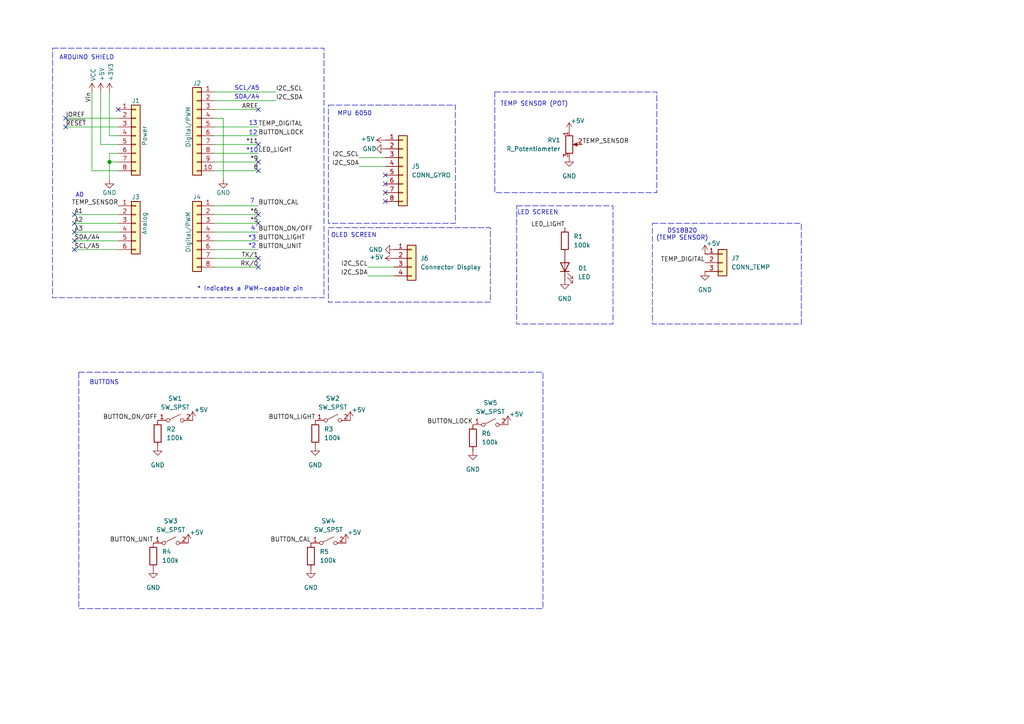
<source format=kicad_sch>
(kicad_sch (version 20231120) (generator "eeschema") (generator_version "8.0")
  (paper "A4")
  (title_block (title "Uno Shield ThermoPro") (date "2025-01-27") (rev "1.0") (company "Jackson Hall"))
  (lib_symbols
    (symbol "Connector_Generic:Conn_01x03" (pin_names (offset 1.016) hide)
      (property "Reference" "J" (at 0 5.08 0))
      (property "Value" "Conn_01x03" (at 0 -5.08 0))
      (symbol "Conn_01x03_1_1"
        (rectangle (start -1.27 -2.413) (end 0 -2.667) (stroke (width 0.1524)))
        (rectangle (start -1.27 0.127) (end 0 -0.127) (stroke (width 0.1524)))
        (rectangle (start -1.27 2.667) (end 0 2.413) (stroke (width 0.1524)))
        (rectangle (start -1.27 3.81) (end 1.27 -3.81) (stroke (width 0.254)) (fill (type background)))
        (pin passive line (at -5.08 2.54 0) (length 3.81) (name "Pin_1") (number "1"))
        (pin passive line (at -5.08 0 0) (length 3.81) (name "Pin_2") (number "2"))
        (pin passive line (at -5.08 -2.54 0) (length 3.81) (name "Pin_3") (number "3"))
      )
    )
    (symbol "Connector_Generic:Conn_01x04" (pin_names (offset 1.016) hide)
      (property "Reference" "J" (at 0 5.08 0))
      (property "Value" "Conn_01x04" (at 0 -7.62 0))
      (symbol "Conn_01x04_1_1"
        (rectangle (start -1.27 -4.953) (end 0 -5.207) (stroke (width 0.1524)))
        (rectangle (start -1.27 -2.413) (end 0 -2.667) (stroke (width 0.1524)))
        (rectangle (start -1.27 0.127) (end 0 -0.127) (stroke (width 0.1524)))
        (rectangle (start -1.27 2.667) (end 0 2.413) (stroke (width 0.1524)))
        (rectangle (start -1.27 3.81) (end 1.27 -6.35) (stroke (width 0.254)) (fill (type background)))
        (pin passive line (at -5.08 2.54 0) (length 3.81) (name "Pin_1") (number "1"))
        (pin passive line (at -5.08 0 0) (length 3.81) (name "Pin_2") (number "2"))
        (pin passive line (at -5.08 -2.54 0) (length 3.81) (name "Pin_3") (number "3"))
        (pin passive line (at -5.08 -5.08 0) (length 3.81) (name "Pin_4") (number "4"))
      )
    )
    (symbol "Connector_Generic:Conn_01x06" (pin_names (offset 1.016) hide)
      (property "Reference" "J" (at 0 7.62 0))
      (property "Value" "Conn_01x06" (at 0 -10.16 0))
      (symbol "Conn_01x06_1_1"
        (rectangle (start -1.27 -7.493) (end 0 -7.747) (stroke (width 0.1524)))
        (rectangle (start -1.27 -4.953) (end 0 -5.207) (stroke (width 0.1524)))
        (rectangle (start -1.27 -2.413) (end 0 -2.667) (stroke (width 0.1524)))
        (rectangle (start -1.27 0.127) (end 0 -0.127) (stroke (width 0.1524)))
        (rectangle (start -1.27 2.667) (end 0 2.413) (stroke (width 0.1524)))
        (rectangle (start -1.27 5.207) (end 0 4.953) (stroke (width 0.1524)))
        (rectangle (start -1.27 6.35) (end 1.27 -8.89) (stroke (width 0.254)) (fill (type background)))
        (pin passive line (at -5.08 5.08 0) (length 3.81) (name "Pin_1") (number "1"))
        (pin passive line (at -5.08 2.54 0) (length 3.81) (name "Pin_2") (number "2"))
        (pin passive line (at -5.08 0 0) (length 3.81) (name "Pin_3") (number "3"))
        (pin passive line (at -5.08 -2.54 0) (length 3.81) (name "Pin_4") (number "4"))
        (pin passive line (at -5.08 -5.08 0) (length 3.81) (name "Pin_5") (number "5"))
        (pin passive line (at -5.08 -7.62 0) (length 3.81) (name "Pin_6") (number "6"))
      )
    )
    (symbol "Connector_Generic:Conn_01x08" (pin_names (offset 1.016) hide)
      (property "Reference" "J" (at 0 10.16 0))
      (property "Value" "Conn_01x08" (at 0 -12.7 0))
      (symbol "Conn_01x08_1_1"
        (rectangle (start -1.27 -10.033) (end 0 -10.287) (stroke (width 0.1524)))
        (rectangle (start -1.27 -7.493) (end 0 -7.747) (stroke (width 0.1524)))
        (rectangle (start -1.27 -4.953) (end 0 -5.207) (stroke (width 0.1524)))
        (rectangle (start -1.27 -2.413) (end 0 -2.667) (stroke (width 0.1524)))
        (rectangle (start -1.27 0.127) (end 0 -0.127) (stroke (width 0.1524)))
        (rectangle (start -1.27 2.667) (end 0 2.413) (stroke (width 0.1524)))
        (rectangle (start -1.27 5.207) (end 0 4.953) (stroke (width 0.1524)))
        (rectangle (start -1.27 7.747) (end 0 7.493) (stroke (width 0.1524)))
        (rectangle (start -1.27 8.89) (end 1.27 -11.43) (stroke (width 0.254)) (fill (type background)))
        (pin passive line (at -5.08 7.62 0) (length 3.81) (name "Pin_1") (number "1"))
        (pin passive line (at -5.08 5.08 0) (length 3.81) (name "Pin_2") (number "2"))
        (pin passive line (at -5.08 2.54 0) (length 3.81) (name "Pin_3") (number "3"))
        (pin passive line (at -5.08 0 0) (length 3.81) (name "Pin_4") (number "4"))
        (pin passive line (at -5.08 -2.54 0) (length 3.81) (name "Pin_5") (number "5"))
        (pin passive line (at -5.08 -5.08 0) (length 3.81) (name "Pin_6") (number "6"))
        (pin passive line (at -5.08 -7.62 0) (length 3.81) (name "Pin_7") (number "7"))
        (pin passive line (at -5.08 -10.16 0) (length 3.81) (name "Pin_8") (number "8"))
      )
    )
    (symbol "Connector_Generic:Conn_01x10" (pin_names (offset 1.016) hide)
      (property "Reference" "J" (at 0 12.7 0))
      (property "Value" "Conn_01x10" (at 0 -15.24 0))
      (symbol "Conn_01x10_1_1"
        (rectangle (start -1.27 -12.573) (end 0 -12.827) (stroke (width 0.1524)))
        (rectangle (start -1.27 -10.033) (end 0 -10.287) (stroke (width 0.1524)))
        (rectangle (start -1.27 -7.493) (end 0 -7.747) (stroke (width 0.1524)))
        (rectangle (start -1.27 -4.953) (end 0 -5.207) (stroke (width 0.1524)))
        (rectangle (start -1.27 -2.413) (end 0 -2.667) (stroke (width 0.1524)))
        (rectangle (start -1.27 0.127) (end 0 -0.127) (stroke (width 0.1524)))
        (rectangle (start -1.27 2.667) (end 0 2.413) (stroke (width 0.1524)))
        (rectangle (start -1.27 5.207) (end 0 4.953) (stroke (width 0.1524)))
        (rectangle (start -1.27 7.747) (end 0 7.493) (stroke (width 0.1524)))
        (rectangle (start -1.27 10.287) (end 0 10.033) (stroke (width 0.1524)))
        (rectangle (start -1.27 11.43) (end 1.27 -13.97) (stroke (width 0.254)) (fill (type background)))
        (pin passive line (at -5.08 10.16 0) (length 3.81) (name "Pin_1") (number "1"))
        (pin passive line (at -5.08 -12.7 0) (length 3.81) (name "Pin_10") (number "10"))
        (pin passive line (at -5.08 7.62 0) (length 3.81) (name "Pin_2") (number "2"))
        (pin passive line (at -5.08 5.08 0) (length 3.81) (name "Pin_3") (number "3"))
        (pin passive line (at -5.08 2.54 0) (length 3.81) (name "Pin_4") (number "4"))
        (pin passive line (at -5.08 0 0) (length 3.81) (name "Pin_5") (number "5"))
        (pin passive line (at -5.08 -2.54 0) (length 3.81) (name "Pin_6") (number "6"))
        (pin passive line (at -5.08 -5.08 0) (length 3.81) (name "Pin_7") (number "7"))
        (pin passive line (at -5.08 -7.62 0) (length 3.81) (name "Pin_8") (number "8"))
        (pin passive line (at -5.08 -10.16 0) (length 3.81) (name "Pin_9") (number "9"))
      )
    )
    (symbol "Device:LED" (pin_numbers hide) (pin_names (offset 1.016) hide)
      (property "Reference" "D" (at 0 2.54 0))
      (property "Value" "LED" (at 0 -2.54 0))
      (symbol "LED_0_1"
        (polyline (pts (xy -1.27 -1.27) (xy -1.27 1.27)) (stroke (width 0.254)))
        (polyline (pts (xy -1.27 0) (xy 1.27 0)))
        (polyline (pts (xy 1.27 -1.27) (xy 1.27 1.27) (xy -1.27 0) (xy 1.27 -1.27)) (stroke (width 0.254)))
        (polyline (pts (xy -3.048 -0.762) (xy -4.572 -2.286) (xy -3.81 -2.286) (xy -4.572 -2.286) (xy -4.572 -1.524)))
        (polyline (pts (xy -1.778 -0.762) (xy -3.302 -2.286) (xy -2.54 -2.286) (xy -3.302 -2.286) (xy -3.302 -1.524)))
      )
      (symbol "LED_1_1"
        (pin passive line (at -3.81 0 0) (length 2.54) (name "K") (number "1"))
        (pin passive line (at 3.81 0 180) (length 2.54) (name "A") (number "2"))
      )
    )
    (symbol "Device:R" (pin_numbers hide) (pin_names (offset 0))
      (property "Reference" "R" (at 2.032 0 90))
      (property "Value" "R" (at 0 0 90))
      (symbol "R_0_1"
        (rectangle (start -1.016 -2.54) (end 1.016 2.54) (stroke (width 0.254)))
      )
      (symbol "R_1_1"
        (pin passive line (at 0 3.81 270) (length 1.27) (name "~") (number "1"))
        (pin passive line (at 0 -3.81 90) (length 1.27) (name "~") (number "2"))
      )
    )
    (symbol "Device:R_Potentiometer" (pin_names (offset 1.016) hide)
      (property "Reference" "RV" (at -4.445 0 90))
      (property "Value" "R_Potentiometer" (at -2.54 0 90))
      (symbol "R_Potentiometer_0_1"
        (polyline (pts (xy 2.54 0) (xy 1.524 0)))
        (polyline (pts (xy 1.143 0) (xy 2.286 0.508) (xy 2.286 -0.508) (xy 1.143 0)) (fill (type outline)))
        (rectangle (start 1.016 2.54) (end -1.016 -2.54) (stroke (width 0.254)))
      )
      (symbol "R_Potentiometer_1_1"
        (pin passive line (at 0 3.81 270) (length 1.27) (name "1") (number "1"))
        (pin passive line (at 3.81 0 180) (length 1.27) (name "2") (number "2"))
        (pin passive line (at 0 -3.81 90) (length 1.27) (name "3") (number "3"))
      )
    )
    (symbol "Switch:SW_SPST" (pin_names (offset 0) hide)
      (property "Reference" "SW" (at 0 3.175 0))
      (property "Value" "SW_SPST" (at 0 -2.54 0))
      (symbol "SW_SPST_0_0"
        (circle (center -2.032 0) (radius 0.508))
        (polyline (pts (xy -1.524 0.254) (xy 1.524 1.778)))
        (circle (center 2.032 0) (radius 0.508))
      )
      (symbol "SW_SPST_1_1"
        (pin passive line (at -5.08 0 0) (length 2.54) (name "A") (number "1"))
        (pin passive line (at 5.08 0 180) (length 2.54) (name "B") (number "2"))
      )
    )
    (symbol "power:+3V3" (power) (pin_names (offset 0))
      (property "Value" "+3V3" (at 0 3.556 0))
      (symbol "+3V3_0_1"
        (polyline (pts (xy -0.762 1.27) (xy 0 2.54)))
        (polyline (pts (xy 0 0) (xy 0 2.54)))
        (polyline (pts (xy 0 2.54) (xy 0.762 1.27)))
      )
      (symbol "+3V3_1_1"
        (pin power_in line (at 0 0 90) (length 0) hide (name "+3V3") (number "1"))
      )
    )
    (symbol "power:+5V" (power) (pin_names (offset 0))
      (property "Value" "+5V" (at 0 3.556 0))
      (symbol "+5V_0_1"
        (polyline (pts (xy -0.762 1.27) (xy 0 2.54)))
        (polyline (pts (xy 0 0) (xy 0 2.54)))
        (polyline (pts (xy 0 2.54) (xy 0.762 1.27)))
      )
      (symbol "+5V_1_1"
        (pin power_in line (at 0 0 90) (length 0) hide (name "+5V") (number "1"))
      )
    )
    (symbol "power:GND" (power) (pin_names (offset 0))
      (property "Value" "GND" (at 0 -3.81 0))
      (symbol "GND_0_1"
        (polyline (pts (xy 0 0) (xy 0 -1.27) (xy 1.27 -1.27) (xy 0 -2.54) (xy -1.27 -1.27) (xy 0 -1.27)))
      )
      (symbol "GND_1_1"
        (pin power_in line (at 0 0 270) (length 0) hide (name "GND") (number "1"))
      )
    )
    (symbol "power:VCC" (power) (pin_names (offset 0))
      (property "Value" "VCC" (at 0 3.81 0))
      (symbol "VCC_0_1"
        (polyline (pts (xy -0.762 1.27) (xy 0 2.54)))
        (polyline (pts (xy 0 0) (xy 0 2.54)))
        (polyline (pts (xy 0 2.54) (xy 0.762 1.27)))
      )
      (symbol "VCC_1_1"
        (pin power_in line (at 0 0 90) (length 0) hide (name "VCC") (number "1"))
      )
    )
  )
  (junction (at 31.75 46.99) (diameter 1.016))
  (no_connect (at 21.59 67.31))
  (no_connect (at 19.05 36.83))
  (no_connect (at 74.93 74.93))
  (no_connect (at 74.93 31.75))
  (no_connect (at 19.05 34.29))
  (no_connect (at 21.59 62.23))
  (no_connect (at 74.93 46.99))
  (no_connect (at 111.76 55.88))
  (no_connect (at 74.93 77.47))
  (no_connect (at 74.93 62.23))
  (no_connect (at 21.59 64.77))
  (no_connect (at 74.93 49.53))
  (no_connect (at 111.76 53.34))
  (no_connect (at 21.59 72.39))
  (no_connect (at 34.29 31.75))
  (no_connect (at 74.93 41.91))
  (no_connect (at 74.93 64.77))
  (no_connect (at 111.76 58.42))
  (no_connect (at 111.76 50.8))
  (no_connect (at 21.59 69.85))
  (wire (pts (xy 62.23 77.47) (xy 74.93 77.47)))
  (wire (pts (xy 62.23 44.45) (xy 74.93 44.45)))
  (wire (pts (xy 62.23 26.67) (xy 80.01 26.67)))
  (wire (pts (xy 31.75 44.45) (xy 31.75 46.99)))
  (wire (pts (xy 21.59 72.39) (xy 34.29 72.39)))
  (wire (pts (xy 31.75 46.99) (xy 31.75 52.07)))
  (wire (pts (xy 31.75 39.37) (xy 34.29 39.37)))
  (wire (pts (xy 29.21 41.91) (xy 34.29 41.91)))
  (wire (pts (xy 29.21 26.67) (xy 29.21 41.91)))
  (wire (pts (xy 62.23 36.83) (xy 74.93 36.83)))
  (wire (pts (xy 31.75 26.67) (xy 31.75 39.37)))
  (wire (pts (xy 62.23 59.69) (xy 74.93 59.69)))
  (wire (pts (xy 62.23 39.37) (xy 74.93 39.37)))
  (wire (pts (xy 62.23 62.23) (xy 74.93 62.23)))
  (wire (pts (xy 62.23 46.99) (xy 74.93 46.99)))
  (wire (pts (xy 62.23 67.31) (xy 74.93 67.31)))
  (wire (pts (xy 19.05 34.29) (xy 34.29 34.29)))
  (wire (pts (xy 64.77 34.29) (xy 64.77 52.07)))
  (wire (pts (xy 106.68 80.01) (xy 114.3 80.01)))
  (wire (pts (xy 62.23 31.75) (xy 74.93 31.75)))
  (wire (pts (xy 34.29 64.77) (xy 21.59 64.77)))
  (wire (pts (xy 19.05 36.83) (xy 34.29 36.83)))
  (wire (pts (xy 104.14 45.72) (xy 111.76 45.72)))
  (wire (pts (xy 34.29 46.99) (xy 31.75 46.99)))
  (wire (pts (xy 34.29 49.53) (xy 26.67 49.53)))
  (wire (pts (xy 21.59 62.23) (xy 34.29 62.23)))
  (wire (pts (xy 62.23 34.29) (xy 64.77 34.29)))
  (wire (pts (xy 34.29 44.45) (xy 31.75 44.45)))
  (wire (pts (xy 62.23 41.91) (xy 74.93 41.91)))
  (wire (pts (xy 62.23 64.77) (xy 74.93 64.77)))
  (wire (pts (xy 104.14 48.26) (xy 111.76 48.26)))
  (wire (pts (xy 21.59 67.31) (xy 34.29 67.31)))
  (wire (pts (xy 106.68 77.47) (xy 114.3 77.47)))
  (wire (pts (xy 62.23 29.21) (xy 80.01 29.21)))
  (wire (pts (xy 62.23 72.39) (xy 74.93 72.39)))
  (wire (pts (xy 62.23 69.85) (xy 74.93 69.85)))
  (wire (pts (xy 62.23 74.93) (xy 74.93 74.93)))
  (wire (pts (xy 26.67 49.53) (xy 26.67 26.67)))
  (wire (pts (xy 34.29 69.85) (xy 21.59 69.85)))
  (wire (pts (xy 62.23 49.53) (xy 74.93 49.53)))
  (rectangle (start 95.25 66.04) (end 142.24 87.63) (stroke (width 0) (type dash)))
  (rectangle (start 143.51 26.67) (end 190.5 55.88) (stroke (width 0) (type dash)))
  (rectangle (start 95.25 30.48) (end 132.08 64.77) (stroke (width 0) (type dash)))
  (rectangle (start 15.24 13.97) (end 93.98 86.36) (stroke (width 0) (type dash)))
  (rectangle (start 189.23 64.77) (end 232.41 93.98) (stroke (width 0) (type dash)))
  (rectangle (start 22.86 107.95) (end 157.48 176.53) (stroke (width 0) (type dash)))
  (rectangle (start 149.86 59.69) (end 177.8 93.98) (stroke (width 0) (type dash)))
  (text "4\n" (at 73.406 66.294 0) (effects (font (size 1.27 1.27))))
  (text "7\n" (at 73.152 58.42 0) (effects (font (size 1.27 1.27))))
  (text "MPU 6050\n" (at 102.87 33.02 0) (effects (font (size 1.27 1.27))))
  (text "A0\n" (at 23.114 56.642 0) (effects (font (size 1.27 1.27))))
  (text "DS18B20\n(TEMP SENSOR)\n" (at 197.866 68.072 0) (effects (font (size 1.27 1.27))))
  (text "SDA/A4" (at 71.628 28.194 0) (effects (font (size 1.27 1.27))))
  (text "*2" (at 73.152 71.374 0) (effects (font (size 1.27 1.27))))
  (text "*10\n" (at 73.152 43.688 0) (effects (font (size 1.27 1.27))))
  (text "BUTTONS\n" (at 30.226 110.998 0) (effects (font (size 1.27 1.27))))
  (text "ARDUINO SHIELD\n" (at 25.146 16.764 0) (effects (font (size 1.27 1.27))))
  (text "*3\n" (at 73.152 69.088 0) (effects (font (size 1.27 1.27))))
  (text "LED SCREEN\n" (at 155.956 61.722 0) (effects (font (size 1.27 1.27))))
  (text "13\n" (at 73.406 35.814 0) (effects (font (size 1.27 1.27))))
  (text "* Indicates a PWM-capable pin" (at 57.15 84.582 0) (effects (font (size 1.27 1.27)) (justify left bottom)))
  (text "TEMP SENSOR (POT)\n" (at 154.94 30.226 0) (effects (font (size 1.27 1.27))))
  (text "SCL/A5\n" (at 71.628 25.654 0) (effects (font (size 1.27 1.27))))
  (text "OLED SCREEN\n" (at 102.616 68.326 0) (effects (font (size 1.27 1.27))))
  (text "12" (at 73.406 38.608 0) (effects (font (size 1.27 1.27))))
  (label "RX{slash}0" (at 74.93 77.47 180))
  (label "I2C_SDA" (at 106.68 80.01 180))
  (label "A2" (at 21.59 64.77 0))
  (label "BUTTON_UNIT" (at 44.45 157.48 180))
  (label "BUTTON_ON{slash}OFF" (at 45.72 121.92 180))
  (label "BUTTON_LOCK" (at 137.16 123.19 180))
  (label "BUTTON_LIGHT" (at 91.44 121.92 180))
  (label "BUTTON_ON{slash}OFF" (at 74.93 67.31 0))
  (label "BUTTON_CAL" (at 90.17 157.48 180))
  (label "*6" (at 74.93 62.23 180))
  (label "A3" (at 21.59 67.31 0))
  (label "8" (at 74.93 49.53 180))
  (label "TEMP_DIGITAL" (at 74.93 36.83 0))
  (label "*5" (at 74.93 64.77 180))
  (label "~{RESET}" (at 19.05 36.83 0))
  (label "TEMP_SENSOR" (at 34.29 59.69 180))
  (label "LED_LIGHT" (at 163.83 66.04 180))
  (label "I2C_SCL" (at 104.14 45.72 180))
  (label "I2C_SDA" (at 104.14 48.26 180))
  (label "TEMP_SENSOR" (at 168.91 41.91 0))
  (label "*11" (at 74.93 41.91 180))
  (label "TEMP_DIGITAL" (at 204.47 76.2 180))
  (label "BUTTON_UNIT" (at 74.93 72.39 0))
  (label "A1" (at 21.59 62.23 0))
  (label "BUTTON_LOCK" (at 74.93 39.37 0))
  (label "TX{slash}1" (at 74.93 74.93 180))
  (label "BUTTON_CAL" (at 74.93 59.69 0))
  (label "AREF" (at 74.93 31.75 180))
  (label "Vin" (at 26.67 26.67 270))
  (label "*9" (at 74.93 46.99 180))
  (label "IOREF" (at 19.05 34.29 0))
  (label "SDA{slash}A4" (at 21.59 69.85 0))
  (label "LED_LIGHT" (at 74.93 44.45 0))
  (label "SCL{slash}A5" (at 21.59 72.39 0))
  (label "BUTTON_LIGHT" (at 74.93 69.85 0))
  (label "I2C_SCL" (at 80.01 26.67 0))
  (label "I2C_SCL" (at 106.68 77.47 180))
  (label "I2C_SDA" (at 80.01 29.21 0))
  (symbol (lib_id "Connector_Generic:Conn_01x08") (at 39.37 39.37 0) (unit 1)
    (property "Reference" "J1" (at 39.37 29.21 0))
    (property "Value" "Power" (at 41.91 39.37 90))
    (property "Footprint" "Connector_PinSocket_2.54mm:PinSocket_1x08_P2.54mm_Vertical" (effects (hide yes)))
  )
  (symbol (lib_id "power:+3V3") (at 31.75 26.67 0) (unit 1)
    (property "Reference" "#PWR03" (effects (hide yes)))
    (property "Value" "+3V3" (at 32.131 23.622 90) (effects (justify left)))
  )
  (symbol (lib_id "power:+5V") (at 29.21 26.67 0) (unit 1)
    (property "Reference" "#PWR02" (effects (hide yes)))
    (property "Value" "+5V" (at 29.5656 23.622 90) (effects (justify left)))
  )
  (symbol (lib_id "power:GND") (at 31.75 52.07 0) (unit 1)
    (property "Reference" "#PWR04" (effects (hide yes)))
    (property "Value" "GND" (at 31.75 55.88 0))
  )
  (symbol (lib_id "Connector_Generic:Conn_01x10") (at 57.15 36.83 0) (mirror y) (unit 1)
    (property "Reference" "J2" (at 57.15 24.13 0))
    (property "Value" "Digital/PWM" (at 54.61 36.83 90))
    (property "Footprint" "Connector_PinSocket_2.54mm:PinSocket_1x10_P2.54mm_Vertical" (effects (hide yes)))
  )
  (symbol (lib_id "power:GND") (at 64.77 52.07 0) (unit 1)
    (property "Reference" "#PWR05" (effects (hide yes)))
    (property "Value" "GND" (at 64.77 55.88 0))
  )
  (symbol (lib_id "Connector_Generic:Conn_01x06") (at 39.37 64.77 0) (unit 1)
    (property "Reference" "J3" (at 39.37 57.15 0))
    (property "Value" "Analog" (at 41.91 64.77 90))
    (property "Footprint" "Connector_PinSocket_2.54mm:PinSocket_1x06_P2.54mm_Vertical" (effects (hide yes)))
  )
  (symbol (lib_id "Connector_Generic:Conn_01x08") (at 57.15 67.31 0) (mirror y) (unit 1)
    (property "Reference" "J4" (at 57.15 57.15 0))
    (property "Value" "Digital/PWM" (at 54.61 67.31 90))
    (property "Footprint" "Connector_PinSocket_2.54mm:PinSocket_1x08_P2.54mm_Vertical" (effects (hide yes)))
  )
  (symbol (lib_id "power:GND") (at 111.76 43.18 270) (unit 1)
    (property "Reference" "#PWR07" (effects (hide yes)))
    (property "Value" "GND" (at 107.188 43.18 90))
  )
  (symbol (lib_id "power:+5V") (at 100.33 157.48 0) (unit 1)
    (property "Reference" "#PWR018" (effects (hide yes)))
    (property "Value" "+5V" (at 100.6856 154.432 0) (effects (justify left)))
  )
  (symbol (lib_id "power:+5V") (at 111.76 40.64 90) (unit 1)
    (property "Reference" "#PWR06" (effects (hide yes)))
    (property "Value" "+5V" (at 108.712 40.2844 90) (effects (justify left)))
  )
  (symbol (lib_id "Connector_Generic:Conn_01x04") (at 119.38 74.93 0) (unit 1)
    (property "Reference" "J6" (at 121.92 74.9299 0) (effects (justify left)))
    (property "Value" "Connector Display" (at 121.92 77.4699 0) (effects (justify left)))
    (property "Footprint" "Connector_PinSocket_2.54mm:PinSocket_1x04_P2.54mm_Vertical" (effects (hide yes)))
    (property "Description" "Generic connector, single row, 01x04, script generated (kicad-library-utils/schlib/autogen/connector/)" (effects (hide yes)))
  )
  (symbol (lib_id "power:GND") (at 165.1 45.72 0) (unit 1)
    (property "Reference" "#PWR022" (effects (hide yes)))
    (property "Value" "GND" (at 165.1 51.054 0))
  )
  (symbol (lib_id "power:GND") (at 45.72 129.54 0) (unit 1)
    (property "Reference" "#PWR011" (effects (hide yes)))
    (property "Value" "GND" (at 45.72 134.874 0))
  )
  (symbol (lib_id "power:GND") (at 163.83 81.28 0) (unit 1)
    (property "Reference" "#PWR010" (effects (hide yes)))
    (property "Value" "GND" (at 163.83 86.614 0))
  )
  (symbol (lib_id "power:GND") (at 91.44 129.54 0) (unit 1)
    (property "Reference" "#PWR013" (effects (hide yes)))
    (property "Value" "GND" (at 91.44 134.874 0))
  )
  (symbol (lib_id "Switch:SW_SPST") (at 50.8 121.92 0) (unit 1)
    (property "Reference" "SW1" (at 50.8 115.57 0))
    (property "Value" "SW_SPST" (at 50.8 118.11 0))
    (property "Footprint" "Button_Switch_THT:SW_PUSH_6mm" (effects (hide yes)))
    (property "Description" "Single Pole Single Throw (SPST) switch" (effects (hide yes)))
  )
  (symbol (lib_id "Device:R") (at 45.72 125.73 0) (unit 1)
    (property "Reference" "R2" (at 48.26 124.4599 0) (effects (justify left)))
    (property "Value" "100k" (at 48.26 126.9999 0) (effects (justify left)))
    (property "Footprint" "Resistor_THT:R_Axial_DIN0207_L6.3mm_D2.5mm_P10.16mm_Horizontal" (effects (hide yes)))
    (property "Description" "Resistor" (effects (hide yes)))
  )
  (symbol (lib_id "Device:R") (at 163.83 69.85 0) (unit 1)
    (property "Reference" "R1" (at 166.37 68.5799 0) (effects (justify left)))
    (property "Value" "100k" (at 166.37 71.1199 0) (effects (justify left)))
    (property "Footprint" "Resistor_THT:R_Axial_DIN0207_L6.3mm_D2.5mm_P10.16mm_Horizontal" (effects (hide yes)))
    (property "Description" "Resistor" (effects (hide yes)))
  )
  (symbol (lib_id "power:+5V") (at 165.1 38.1 0) (unit 1)
    (property "Reference" "#PWR021" (effects (hide yes)))
    (property "Value" "+5V" (at 165.4556 35.052 0) (effects (justify left)))
  )
  (symbol (lib_id "power:GND") (at 44.45 165.1 0) (unit 1)
    (property "Reference" "#PWR015" (effects (hide yes)))
    (property "Value" "GND" (at 44.45 170.434 0))
  )
  (symbol (lib_id "power:VCC") (at 26.67 26.67 0) (unit 1)
    (property "Reference" "#PWR01" (effects (hide yes)))
    (property "Value" "VCC" (at 27.051 23.622 90) (effects (justify left)))
  )
  (symbol (lib_id "power:+5V") (at 114.3 74.93 90) (unit 1)
    (property "Reference" "#PWR09" (effects (hide yes)))
    (property "Value" "+5V" (at 111.252 74.5744 90) (effects (justify left)))
  )
  (symbol (lib_id "power:GND") (at 137.16 130.81 0) (unit 1)
    (property "Reference" "#PWR019" (effects (hide yes)))
    (property "Value" "GND" (at 137.16 136.144 0))
  )
  (symbol (lib_id "Device:R") (at 91.44 125.73 0) (unit 1)
    (property "Reference" "R3" (at 93.98 124.4599 0) (effects (justify left)))
    (property "Value" "100k" (at 93.98 126.9999 0) (effects (justify left)))
    (property "Footprint" "Resistor_THT:R_Axial_DIN0207_L6.3mm_D2.5mm_P10.16mm_Horizontal" (effects (hide yes)))
    (property "Description" "Resistor" (effects (hide yes)))
  )
  (symbol (lib_id "Switch:SW_SPST") (at 49.53 157.48 0) (unit 1)
    (property "Reference" "SW3" (at 49.53 151.13 0))
    (property "Value" "SW_SPST" (at 49.53 153.67 0))
    (property "Footprint" "Button_Switch_THT:SW_PUSH_6mm" (effects (hide yes)))
    (property "Description" "Single Pole Single Throw (SPST) switch" (effects (hide yes)))
  )
  (symbol (lib_id "Device:R") (at 90.17 161.29 0) (unit 1)
    (property "Reference" "R5" (at 92.71 160.0199 0) (effects (justify left)))
    (property "Value" "100k" (at 92.71 162.5599 0) (effects (justify left)))
    (property "Footprint" "Resistor_THT:R_Axial_DIN0207_L6.3mm_D2.5mm_P10.16mm_Horizontal" (effects (hide yes)))
    (property "Description" "Resistor" (effects (hide yes)))
  )
  (symbol (lib_id "power:GND") (at 114.3 72.39 270) (unit 1)
    (property "Reference" "#PWR08" (effects (hide yes)))
    (property "Value" "GND" (at 108.966 72.39 90))
  )
  (symbol (lib_id "Device:LED") (at 163.83 77.47 90) (unit 1)
    (property "Reference" "D1" (at 167.64 77.7874 90) (effects (justify right)))
    (property "Value" "LED" (at 167.64 80.3274 90) (effects (justify right)))
    (property "Footprint" "LED_THT:LED_D5.0mm" (effects (hide yes)))
    (property "Description" "Light emitting diode" (effects (hide yes)))
  )
  (symbol (lib_id "power:+5V") (at 147.32 123.19 0) (unit 1)
    (property "Reference" "#PWR020" (effects (hide yes)))
    (property "Value" "+5V" (at 147.6756 120.142 0) (effects (justify left)))
  )
  (symbol (lib_id "power:GND") (at 204.47 78.74 0) (unit 1)
    (property "Reference" "#PWR024" (effects (hide yes)))
    (property "Value" "GND" (at 204.47 84.074 0))
  )
  (symbol (lib_id "Device:R") (at 137.16 127 0) (unit 1)
    (property "Reference" "R6" (at 139.7 125.7299 0) (effects (justify left)))
    (property "Value" "100k" (at 139.7 128.2699 0) (effects (justify left)))
    (property "Footprint" "Resistor_THT:R_Axial_DIN0207_L6.3mm_D2.5mm_P10.16mm_Horizontal" (effects (hide yes)))
    (property "Description" "Resistor" (effects (hide yes)))
  )
  (symbol (lib_id "Device:R") (at 44.45 161.29 0) (unit 1)
    (property "Reference" "R4" (at 46.99 160.0199 0) (effects (justify left)))
    (property "Value" "100k" (at 46.99 162.5599 0) (effects (justify left)))
    (property "Footprint" "Resistor_THT:R_Axial_DIN0207_L6.3mm_D2.5mm_P10.16mm_Horizontal" (effects (hide yes)))
    (property "Description" "Resistor" (effects (hide yes)))
  )
  (symbol (lib_id "power:+5V") (at 204.47 73.66 0) (unit 1)
    (property "Reference" "#PWR023" (effects (hide yes)))
    (property "Value" "+5V" (at 204.8256 70.612 0) (effects (justify left)))
  )
  (symbol (lib_id "Switch:SW_SPST") (at 95.25 157.48 0) (unit 1)
    (property "Reference" "SW4" (at 95.25 151.13 0))
    (property "Value" "SW_SPST" (at 95.25 153.67 0))
    (property "Footprint" "Button_Switch_THT:SW_PUSH_6mm" (effects (hide yes)))
    (property "Description" "Single Pole Single Throw (SPST) switch" (effects (hide yes)))
  )
  (symbol (lib_id "power:GND") (at 90.17 165.1 0) (unit 1)
    (property "Reference" "#PWR017" (effects (hide yes)))
    (property "Value" "GND" (at 90.17 170.434 0))
  )
  (symbol (lib_id "Device:R_Potentiometer") (at 165.1 41.91 0) (unit 1)
    (property "Reference" "RV1" (at 162.56 40.6399 0) (effects (justify right)))
    (property "Value" "R_Potentiometer" (at 162.56 43.1799 0) (effects (justify right)))
    (property "Footprint" "Potentiometer_THT:Potentiometer_Bourns_3386P_Vertical" (effects (hide yes)))
    (property "Description" "Potentiometer" (effects (hide yes)))
  )
  (symbol (lib_id "Switch:SW_SPST") (at 142.24 123.19 0) (unit 1)
    (property "Reference" "SW5" (at 142.24 116.84 0))
    (property "Value" "SW_SPST" (at 142.24 119.38 0))
    (property "Footprint" "Button_Switch_THT:SW_PUSH_6mm" (effects (hide yes)))
    (property "Description" "Single Pole Single Throw (SPST) switch" (effects (hide yes)))
  )
  (symbol (lib_id "Switch:SW_SPST") (at 96.52 121.92 0) (unit 1)
    (property "Reference" "SW2" (at 96.52 115.57 0))
    (property "Value" "SW_SPST" (at 96.52 118.11 0))
    (property "Footprint" "Button_Switch_THT:SW_PUSH_6mm" (effects (hide yes)))
    (property "Description" "Single Pole Single Throw (SPST) switch" (effects (hide yes)))
  )
  (symbol (lib_id "Connector_Generic:Conn_01x03") (at 209.55 76.2 0) (unit 1)
    (property "Reference" "J7" (at 212.09 74.9299 0) (effects (justify left)))
    (property "Value" "CONN_TEMP" (at 212.09 77.4699 0) (effects (justify left)))
    (property "Footprint" "Connector_JST:JST_XH_B3B-XH-A_1x03_P2.50mm_Vertical" (effects (hide yes)))
    (property "Description" "Generic connector, single row, 01x03, script generated (kicad-library-utils/schlib/autogen/connector/)" (effects (hide yes)))
  )
  (symbol (lib_id "power:+5V") (at 101.6 121.92 0) (unit 1)
    (property "Reference" "#PWR014" (effects (hide yes)))
    (property "Value" "+5V" (at 101.9556 118.872 0) (effects (justify left)))
  )
  (symbol (lib_id "power:+5V") (at 55.88 121.92 0) (unit 1)
    (property "Reference" "#PWR012" (effects (hide yes)))
    (property "Value" "+5V" (at 56.2356 118.872 0) (effects (justify left)))
  )
  (symbol (lib_id "Connector_Generic:Conn_01x08") (at 116.84 48.26 0) (unit 1)
    (property "Reference" "J5" (at 119.38 48.2599 0) (effects (justify left)))
    (property "Value" "CONN_GYRO" (at 119.38 50.7999 0) (effects (justify left)))
    (property "Footprint" "Connector_PinSocket_2.54mm:PinSocket_1x08_P2.54mm_Vertical" (effects (hide yes)))
    (property "Description" "Generic connector, single row, 01x08, script generated (kicad-library-utils/schlib/autogen/connector/)" (effects (hide yes)))
  )
  (symbol (lib_id "power:+5V") (at 54.61 157.48 0) (unit 1)
    (property "Reference" "#PWR016" (effects (hide yes)))
    (property "Value" "+5V" (at 54.9656 154.432 0) (effects (justify left)))
  )
)
</source>
